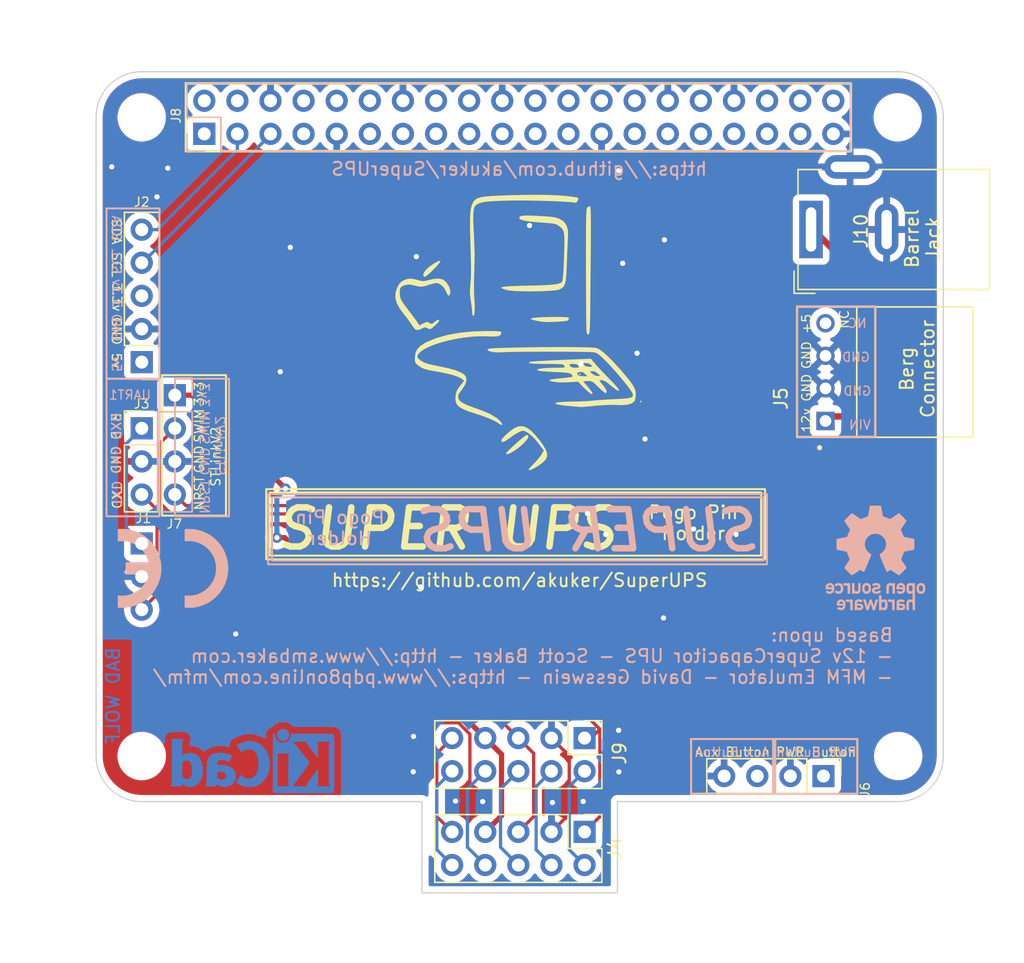
<source format=kicad_pcb>
(kicad_pcb (version 20211014) (generator pcbnew)
  (layers (0 "F.Cu" signal) (31 "B.Cu" signal) (34 "B.Paste" user) (35 "F.Paste" user) (36 "B.SilkS" user "B.Silkscreen") (37 "F.SilkS" user "F.Silkscreen") (38 "B.Mask" user) (39 "F.Mask" user) (44 "Edge.Cuts" user))
  (net 0 "")
  (net 1 "VIN")
  (net 2 "GND")
  (net 3 "I2C_SCL")
  (net 4 "I2C_SDA")
  (net 5 "+5V")
  (net 6 "Power_Button")
  (net 7 "Spare_Button")
  (net 8 "RS232_RXD")
  (net 9 "RS232_TXD")
  (net 10 "SWIM")
  (net 11 "NRST")
  (net 12 "+3V3")
  (net 13 "PI_3v3")
  (net 18 "STLINK_PIN_2")
  (net 19 "STLINK_PIN_4")
  (net 21 "STLINK_PIN_6")
  (net 22 "STLINK_PIN_8")
  (net 23 "STLINK_PIN_9")
  (net 24 "STLINK_PIN_10")
  (footprint "Connector_PinHeader_2.54mm:PinHeader_2x05_P2.54mm_Vertical" (layer "F.Cu") (at 87.475 158.325 -90)
    (fp_text reference "J4")
    (fp_text value "Conn_02x05_Odd_Even")
  )
  (footprint "raspberrypi_supercap_ups_lib:TE_171826-4" (layer "F.Cu") (at 110.51 123.0475 90)
    (fp_text reference "J5")
    (fp_text value "171826-4")
  )
  (footprint "MountingHole:MountingHole_2.7mm_M2.5" (layer "F.Cu") (at 53.5 103.5)
    (fp_text reference "H1" hide)
    (fp_text value "MountingHole" hide)
  )
  (footprint "MountingHole:MountingHole_2.7mm_M2.5" (layer "F.Cu") (at 111.5 103.5)
    (fp_text reference "H2" hide)
    (fp_text value "MountingHole" hide)
  )
  (footprint "MountingHole:MountingHole_2.7mm_M2.5" (layer "F.Cu") (at 111.54 152.5)
    (fp_text reference "H4" hide)
    (fp_text value "MountingHole" hide)
  )
  (footprint "Connector_PinHeader_2.54mm:PinHeader_1x04_P2.54mm_Vertical" (layer "F.Cu") (at 105.805 154.04 -90)
    (fp_text reference "J6")
    (fp_text value "LEDs and Buttons")
  )
  (footprint "MountingHole:MountingHole_2.7mm_M2.5" (layer "F.Cu") (at 53.5 152.5)
    (fp_text reference "H3" hide)
    (fp_text value "MountingHole" hide)
  )
  (footprint "Connector_PinHeader_2.54mm:PinHeader_1x03_P2.54mm_Vertical" (layer "F.Cu") (at 53.501 127.36)
    (fp_text reference "J3")
    (fp_text value "Conn_01x03")
  )
  (footprint "Connector_PinHeader_2.54mm:PinHeader_2x05_P2.54mm_Vertical" (layer "F.Cu") (at 87.475 151.125 -90)
    (fp_text reference "J9")
    (fp_text value "Conn_02x05_Odd_Even")
  )
  (footprint "raspberrypi_supercap_ups_lib:iigs_picasso" (layer "F.Cu") (at 82.17302 119.825673)
    (fp_text reference "G***" hide)
    (fp_text value "LOGO" hide)
  )
  (footprint "Connector_PinHeader_2.54mm:PinHeader_1x05_P2.54mm_Vertical" (layer "F.Cu") (at 53.501 122.28 180)
    (fp_text reference "J2")
    (fp_text value "Conn_01x05")
  )
  (footprint "Connector_BarrelJack:BarrelJack_Wuerth_6941xx301002" (layer "F.Cu") (at 104.85 112.106 90)
    (fp_text reference "J10")
    (fp_text value "Barrel_Jack")
  )
  (footprint "Symbol:KiCad-Logo_5mm_Copper" (layer "B.Cu") (at 62 153.4 180)
    (fp_text reference "Z3" hide)
    (fp_text value "Logo_Open_Hardware_Small" hide)
  )
  (footprint "Symbol:CE-Logo_8.5x6mm_SilkScreen" (layer "B.Cu") (at 55.9 138.1 180)
    (fp_text reference "Z2" hide)
    (fp_text value "Logo_Open_Hardware_Small" hide)
  )
  (footprint "Connector_PinSocket_2.54mm:PinSocket_2x20_P2.54mm_Vertical" (layer "B.Cu") (at 58.3 104.77 -90)
    (fp_text reference "J8")
    (fp_text value "Raspberry_Pi_2_3")
  )
  (footprint "Symbol:OSHW-Logo_7.5x8mm_SilkScreen" (layer "B.Cu") (at 109.8 137.3 180)
    (fp_text reference "Z4" hide)
    (fp_text value "Logo_Open_Hardware_Small" hide)
  )
  (footprint "Connector_PinHeader_2.54mm:PinHeader_1x04_P2.54mm_Vertical" (layer "B.Cu") (at 56.041 124.82 180)
    (fp_text reference "J7")
    (fp_text value "STLinkV2 Connector")
  )
  (footprint "Connector_PinHeader_2.54mm:PinHeader_1x03_P2.54mm_Vertical" (layer "B.Cu") (at 53.501 136.195 180)
    (fp_text reference "J1")
    (fp_text value "Conn_01x03")
  )
  (gr_rect (start 63.5 137.506) (end 101.2 132.66) (layer "B.SilkS") (width 0.15) (fill none))
  (gr_rect (start 56.05 134.112) (end 60.2 123.556) (layer "B.SilkS") (width 0.15) (fill none))
  (gr_rect (start 63.2 137.794) (end 101.468 132.406) (layer "B.SilkS") (width 0.15) (fill none))
  (gr_rect (start 54.864 123.556) (end 50.8 134.112) (layer "B.SilkS") (width 0.15) (fill none))
  (gr_rect (start 103.8 118) (end 109.8 128) (layer "B.SilkS") (width 0.15) (fill none))
  (gr_rect (start 50.8 110.49) (end 54.864 123.556) (layer "B.SilkS") (width 0.15) (fill none))
  (gr_rect (start 102.1 151.2) (end 108.4 155.4) (layer "B.SilkS") (width 0.15) (fill none))
  (gr_rect (start 95.65 151.2) (end 101.95 155.4) (layer "B.SilkS") (width 0.15) (fill none))
  (gr_rect (start 55.06 134.059968) (end 59.967 123.280031) (layer "F.SilkS") (width 0.15) (fill none))
  (gr_line (start 59.6 106.1) (end 59.6 103.5) (layer "F.SilkS") (width 0.15))
  (gr_rect (start 63.32 132.28) (end 101.02 137.126) (layer "F.SilkS") (width 0.15) (fill none))
  (gr_rect (start 107.9 100.9) (end 56.9 106.1) (layer "F.SilkS") (width 0.2) (fill none))
  (gr_rect (start 63.052 132.026) (end 101.32 137.414) (layer "F.SilkS") (width 0.15) (fill none))
  (gr_line (start 56.9 103.5) (end 59.6 103.5) (layer "F.SilkS") (width 0.15))
  (gr_rect (start 102.1 155.4) (end 108.4 151.2) (layer "F.SilkS") (width 0.15) (fill none))
  (gr_rect (start 95.65 155.4) (end 101.95 151.2) (layer "F.SilkS") (width 0.15) (fill none))
  (gr_line (start 111.5 156) (end 90 156) (layer "Edge.Cuts") (width 0.1))
  (gr_line (start 75 163) (end 75 156) (layer "Edge.Cuts") (width 0.1))
  (gr_line locked (start 115 103.5) (end 115 152.5) (layer "Edge.Cuts") (width 0.1))
  (gr_line locked (start 53.5 100) (end 111.5 100) (layer "Edge.Cuts") (width 0.1))
  (gr_arc locked (start 50 103.5) (mid 51.025126 101.025126) (end 53.5 100) (layer "Edge.Cuts") (width 0.1))
  (gr_line (start 75 156) (end 53.5 156) (layer "Edge.Cuts") (width 0.1))
  (gr_arc locked (start 115 152.5) (mid 113.974874 154.974874) (end 111.5 156) (layer "Edge.Cuts") (width 0.1))
  (gr_line (start 90 156) (end 90 163) (layer "Edge.Cuts") (width 0.1))
  (gr_arc locked (start 111.5 100) (mid 113.974874 101.025126) (end 115 103.5) (layer "Edge.Cuts") (width 0.1))
  (gr_arc locked (start 53.5 156) (mid 51.025126 154.974874) (end 50 152.5) (layer "Edge.Cuts") (width 0.1))
  (gr_line (start 90 163) (end 75 163) (layer "Edge.Cuts") (width 0.1))
  (gr_line locked (start 50 152.5) (end 50 103.5) (layer "Edge.Cuts") (width 0.1))
  (gr_text "BAD WOLF" (at 51.3 147.9 90) (layer "B.Cu") (effects (font (size 1 1)) (justify mirror)))
  (gr_text "NRST" (at 58.3 132.6 270) (layer "B.SilkS") (effects (font (size 0.7 0.7) (thickness 0.1)) (justify mirror)))
  (gr_text "GND" (at 58.3 129.9 270) (layer "B.SilkS") (effects (font (size 0.7 0.7) (thickness 0.1)) (justify mirror)))
  (gr_text "5v" (at 51.562 122.428 270) (layer "B.SilkS") (effects (font (size 0.7 0.7) (thickness 0.1)) (justify mirror)))
  (gr_text "GND" (at 51.562 119.634 270) (layer "B.SilkS") (effects (font (size 0.7 0.7) (thickness 0.1)) (justify mirror)))
  (gr_text "NC\n" (at 108.4 119.3) (layer "B.SilkS") (effects (font (size 0.7 0.7) (thickness 0.1)) (justify mirror)))
  (gr_text "GND" (at 51.5 129.8 270) (layer "B.SilkS") (effects (font (size 0.7 0.7) (thickness 0.1)) (justify mirror)))
  (gr_text "3v3" (at 58.3 124.8 270) (layer "B.SilkS") (effects (font (size 0.7 0.7) (thickness 0.1)) (justify mirror)))
  (gr_text "GND" (at 108.3 121.9) (layer "B.SilkS") (effects (font (size 0.7 0.7) (thickness 0.1)) (justify mirror)))
  (gr_text "SUPER UPS" (at 87.9 135.2) (layer "B.SilkS") (effects (font (size 3 3) (thickness 0.5) italic) (justify mirror)))
  (gr_text "\nBased upon:\n- 12v SuperCapacitor UPS - Scott Baker - http://www.smbaker.com\n- MFM Emulator - David Gesswein - https://www.pdp8online.com/mfm/" (at 111.22 144.03) (layer "B.SilkS") (effects (font (size 1 1)) (justify left mirror)))
  (gr_text "PWR Button" (at 108.4 152.2) (layer "B.SilkS") (effects (font (size 0.7 0.7) (thickness 0.1)) (justify left mirror)))
  (gr_text "Pogo Pin\nHolder" (at 68.7 135) (layer "B.SilkS") (effects (font (size 1 1)) (justify mirror)))
  (gr_text "SDA" (at 51.562 112.014 270) (layer "B.SilkS") (effects (font (size 0.7 0.7) (thickness 0.1)) (justify mirror)))
  (gr_text "Aux Button" (at 101.7 152.2) (layer "B.SilkS") (effects (font (size 0.7 0.7) (thickness 0.1)) (justify left mirror)))
  (gr_text "RXD" (at 51.5 127.2 270) (layer "B.SilkS") (effects (font (size 0.7 0.7) (thickness 0.1)) (justify mirror)))
  (gr_text "TXD" (at 51.562 132.334 270) (layer "B.SilkS") (effects (font (size 0.7 0.7) (thickness 0.1)) (justify mirror)))
  (gr_text "STLinkV2" (at 59.5 128.7 -90) (layer "B.SilkS") (effects (font (size 0.7 0.7) (thickness 0.1)) (justify mirror)))
  (gr_text "SWIM" (at 58.3 127.3 270) (layer "B.SilkS") (effects (font (size 0.7 0.7) (thickness 0.1)) (justify mirror)))
  (gr_text "SCL" (at 51.562 114.554 270) (layer "B.SilkS") (effects (font (size 0.7 0.7) (thickness 0.1)) (justify mirror)))
  (gr_text "VIN" (at 108.6 127.1) (layer "B.SilkS") (effects (font (size 0.7 0.7) (thickness 0.1)) (justify mirror)))
  (gr_text "UART1" (at 52.6 124.8) (layer "B.SilkS") (effects (font (size 0.7 0.7) (thickness 0.1)) (justify mirror)))
  (gr_text "https://github.com/akuker/SuperUPS" (at 82.46 107.46) (layer "B.SilkS") (effects (font (size 1 1)) (justify mirror)))
  (gr_text "GND" (at 108.4 124.5) (layer "B.SilkS") (effects (font (size 0.7 0.7) (thickness 0.1)) (justify mirror)))
  (gr_text "3.3v" (at 51.6 117 270) (layer "B.SilkS") (effects (font (size 0.7 0.7) (thickness 0.1)) (justify mirror)))
  (gr_text "NC" (at 107.4 119 90) (layer "F.SilkS") (effects (font (size 0.7 0.7) (thickness 0.1))))
  (gr_text "Barrel\nJack" (at 113.4 112.8 90) (layer "F.SilkS") (effects (font (size 1 1))))
  (gr_text "Pogo Pin\nHolder" (at 95.82 134.62) (layer "F.SilkS") (effects (font (size 1 1))))
  (gr_text "SCL" (at 51.562 114.808 270) (layer "F.SilkS") (effects (font (size 0.7 0.7) (thickness 0.1))))
  (gr_text "SUPER UPS" (at 76.94 135.064) (layer "F.SilkS") (effects (font (size 3 3) (thickness 0.5) italic)))
  (gr_text "Aux Button" (at 95.9 152.2) (layer "F.SilkS") (effects (font (size 0.7 0.7) (thickness 0.1)) (justify left)))
  (gr_text "GND" (at 51.562 119.888 270) (layer "F.SilkS") (effects (font (size 0.7 0.7) (thickness 0.1))))
  (gr_text "https://github.com/akuker/SuperUPS" (at 82.49 139.02) (layer "F.SilkS") (effects (font (size 1 1))))
  (gr_text "STLinkV2" (at 59.182 129.54 90) (layer "F.SilkS") (effects (font (size 0.7 0.7) (thickness 0.1))))
  (gr_text "RXD" (at 51.5 127.2 270) (layer "F.SilkS") (effects (font (size 0.7 0.7) (thickness 0.1))))
  (gr_text "SDA" (at 51.562 112.268 270) (layer "F.SilkS") (effects (font (size 0.7 0.7) (thickness 0.1))))
  (gr_text "3v3" (at 57.912 124.714 90) (layer "F.SilkS") (effects (font (size 0.7 0.7) (thickness 0.1))))
  (gr_text "SWIM" (at 57.912 127.159555 90) (layer "F.SilkS") (effects (font (size 0.7 0.7) (thickness 0.1))))
  (gr_text "GND" (at 57.912 129.738444 90) (layer "F.SilkS") (effects (font (size 0.7 0.7) (thickness 0.1))))
  (gr_text "3.3v" (at 51.6 117.3 270) (layer "F.SilkS") (effects (font (size 0.7 0.7) (thickness 0.1))))
  (gr_text "TXD" (at 51.562 132.588 270) (layer "F.SilkS") (effects (font (size 0.7 0.7) (thickness 0.1))))
  (gr_text "Berg\nConnector" (at 113 122.8 90) (layer "F.SilkS") (effects (font (size 1 1))))
  (gr_text "5v" (at 51.562 122.174 270) (layer "F.SilkS") (effects (font (size 0.7 0.7) (thickness 0.1))))
  (gr_text "NRST" (at 57.912 132.334 90) (layer "F.SilkS") (effects (font (size 0.7 0.7) (thickness 0.1))))
  (gr_text "PWR Button" (at 102.1 152.2) (layer "F.SilkS") (effects (font (size 0.7 0.7) (thickness 0.1)) (justify left)))
  (gr_text "GND" (at 51.48368 129.776936 -90) (layer "F.SilkS") (effects (font (size 0.7 0.7) (thickness 0.1))))
  (segment (start 108.05 126.45) (end 105.96 126.45) (width 0.5) (layer "F.Cu") (net 1))
  (segment (start 109.1 116.2) (end 109.1 125.4) (width 0.5) (layer "F.Cu") (net 1))
  (segment (start 105.3 112.4) (end 109.1 116.2) (width 0.5) (layer "F.Cu") (net 1))
  (segment (start 109.1 125.4) (end 108.05 126.45) (width 0.5) (layer "F.Cu") (net 1))
  (segment (start 86.300489 152.490489) (end 84.935 151.125) (width 0.25) (layer "F.Cu") (net 2))
  (segment (start 84.935 158.325) (end 86.300489 156.959511) (width 0.25) (layer "F.Cu") (net 2))
  (segment (start 86.300489 156.959511) (end 86.300489 152.490489) (width 0.25) (layer "F.Cu") (net 2))
  (segment (start 77.801499 149.950489) (end 78.68 150.82899) (width 0.25) (layer "F.Cu") (net 2))
  (segment (start 56.7695 107.5) (end 54.67 109.5995) (width 0.25) (layer "F.Cu") (net 2))
  (segment (start 89.122 108.352) (end 89.874 107.6) (width 0.25) (layer "F.Cu") (net 2))
  (segment (start 89.874 107.6) (end 90.1 107.6) (width 0.25) (layer "F.Cu") (net 2))
  (segment (start 58.1 108.7) (end 56.9 107.5) (width 0.25) (layer "F.Cu") (net 2))
  (segment (start 74.35 151) (end 75.399511 149.950489) (width 0.25) (layer "F.Cu") (net 2))
  (segment (start 56.9 107.5) (end 56.7695 107.5) (width 0.25) (layer "F.Cu") (net 2))
  (segment (start 75.399511 149.950489) (end 77.801499 149.950489) (width 0.25) (layer "F.Cu") (net 2))
  (segment (start 78.68 150.82899) (end 78.68 155.02) (width 0.25) (layer "F.Cu") (net 2))
  (segment (start 78.68 155.02) (end 79.66 156) (width 0.25) (layer "F.Cu") (net 2))
  (segment (start 60.4 108.7) (end 58.1 108.7) (width 0.25) (layer "F.Cu") (net 2))
  (segment (start 68.46 104.77) (end 68.46 108.24) (width 0.25) (layer "F.Cu") (net 2))
  (via (at 74.57 114.19) (size 0.8) (drill 0.4) (layers "F.Cu" "B.Cu") (net 2))
  (via (at 90.11 153.72) (size 0.8) (drill 0.4) (layers "F.Cu" "B.Cu") (net 2))
  (via (at 83.254652 111.7975) (size 0.8) (drill 0.4) (layers "F.Cu" "B.Cu") (net 2))
  (via (at 93.53 141.91) (size 0.8) (drill 0.4) (layers "F.Cu" "B.Cu") (net 2))
  (via (at 90.4 114.7) (size 0.8) (drill 0.4) (layers "F.Cu" "B.Cu") (net 2))
  (via (at 91.5 121.6) (size 0.8) (drill 0.4) (layers "F.Cu" "B.Cu") (net 2))
  (via (at 74.33 153.71) (size 0.8) (drill 0.4) (layers "F.Cu" "B.Cu") (net 2))
  (via (at 99.1 135.5) (size 0.8) (drill 0.4) (layers "F.Cu" "B.Cu") (net 2))
  (via (at 77.57 155.96) (size 0.8) (drill 0.4) (layers "F.Cu" "B.Cu") (net 2))
  (via (at 51.2 107.3) (size 0.8) (drill 0.4) (layers "F.Cu" "B.Cu") (net 2))
  (via (at 74.35 151) (size 0.8) (drill 0.4) (layers "F.Cu" "B.Cu") (net 2))
  (via (at 90.1 107.6) (size 0.8) (drill 0.4) (layers "F.Cu" "B.Cu") (net 2))
  (via (at 93.6 112.9) (size 0.8) (drill 0.4) (layers "F.Cu" "B.Cu") (net 2))
  (via (at 60.71 143.14) (size 0.8) (drill 0.4) (layers "F.Cu" "B.Cu") (net 2))
  (via (at 92.11 128.18) (size 0.8) (drill 0.4) (layers "F.Cu" "B.Cu") (net 2))
  (via (at 64.9 113.48) (size 0.8) (drill 0.4) (layers "F.Cu" "B.Cu") (net 2))
  (via (at 74.89 139.53) (size 0.8) (drill 0.4) (layers "F.Cu" "B.Cu") (net 2))
  (via (at 55.5 107.4) (size 0.8) (drill 0.4) (layers "F.Cu" "B.Cu") (net 2))
  (via (at 95.84 135.09) (size 0.8) (drill 0.4) (layers "F.Cu" "B.Cu") (net 2))
  (via (at 89.1 135.5) (size 0.8) (drill 0.4) (layers "F.Cu" "B.Cu") (net 2))
  (via (at 90.09 150.53) (size 0.8) (drill 0.4) (layers "F.Cu" "B.Cu") (net 2))
  (via (at 79.66 156) (size 0.8) (drill 0.4) (layers "F.Cu" "B.Cu") (net 2))
  (via (at 54.67 109.5995) (size 0.8) (drill 0.4) (layers "F.Cu" "B.Cu") (net 2))
  (via (at 64.13 123.02) (size 0.8) (drill 0.4) (layers "F.Cu" "B.Cu") (net 2))
  (via (at 87.37 155.99) (size 0.8) (drill 0.4) (layers "F.Cu" "B.Cu") (net 2))
  (via (at 87.7 133.9) (size 0.8) (drill 0.4) (layers "F.Cu" "B.Cu") (net 2))
  (via (at 87.2 122.4) (size 0.8) (drill 0.4) (layers "F.Cu" "B.Cu") (net 2))
  (via (at 85.01 156.07) (size 0.8) (drill 0.4) (layers "F.Cu" "B.Cu") (net 2))
  (segment (start 87.7 133.9) (end 87.7 134.1) (width 0.4) (layer "B.Cu") (net 2))
  (segment (start 87.7 134.1) (end 89.1 135.5) (width 0.4) (layer "B.Cu") (net 2))
  (segment (start 53.55 114.66) (end 63.38 104.83) (width 0.25) (layer "B.Cu") (net 3))
  (segment (start 60.84 105.9846) (end 54.7046 112.12) (width 0.25) (layer "B.Cu") (net 4))
  (segment (start 54.7046 112.12) (end 53.501 112.12) (width 0.25) (layer "B.Cu") (net 4))
  (segment (start 60.84 104.77) (end 60.84 105.9846) (width 0.25) (layer "B.Cu") (net 4))
  (segment (start 53.501 136.195) (end 52.326489 135.020489) (width 0.25) (layer "B.Cu") (net 8))
  (segment (start 52.326489 128.534511) (end 53.501 127.36) (width 0.25) (layer "B.Cu") (net 8))
  (segment (start 52.326489 135.020489) (end 52.326489 128.534511) (width 0.25) (layer "B.Cu") (net 8))
  (segment (start 54.675511 140.100489) (end 53.501 141.275) (width 0.25) (layer "F.Cu") (net 9))
  (segment (start 53.501 132.44) (end 54.675511 133.614511) (width 0.25) (layer "F.Cu") (net 9))
  (segment (start 54.675511 133.614511) (end 54.675511 140.100489) (width 0.25) (layer "F.Cu") (net 9))
  (segment (start 55.75 133.93) (end 54.866489 133.046489) (width 0.25) (layer "F.Cu") (net 10))
  (segment (start 83.569511 157.150489) (end 83.569511 152.299511) (width 0.25) (layer "F.Cu") (net 10))
  (segment (start 54.866489 133.046489) (end 54.866489 128.534511) (width 0.25) (layer "F.Cu") (net 10))
  (segment (start 83.569511 152.299511) (end 82.395 151.125) (width 0.25) (layer "F.Cu") (net 10))
  (segment (start 65.2 133.93) (end 55.75 133.93) (width 0.25) (layer "F.Cu") (net 10))
  (segment (start 54.866489 128.534511) (end 56.041 127.36) (width 0.25) (layer "F.Cu") (net 10))
  (segment (start 82.395 158.325) (end 83.569511 157.150489) (width 0.25) (layer "F.Cu") (net 10))
  (segment (start 82.395 151.125) (end 65.2 133.93) (width 0.25) (layer "F.Cu") (net 10))
  (segment (start 56.891 133.29) (end 71.49 133.29) (width 0.25) (layer "F.Cu") (net 11))
  (segment (start 71.49 133.29) (end 88.649511 150.449511) (width 0.25) (layer "F.Cu") (net 11))
  (segment (start 88.649511 150.449511) (end 88.649511 157.150489) (width 0.25) (layer "F.Cu") (net 11))
  (segment (start 56.041 132.44) (end 56.891 133.29) (width 0.25) (layer "F.Cu") (net 11))
  (segment (start 88.649511 157.150489) (end 87.475 158.325) (width 0.25) (layer "F.Cu") (net 11))
  (segment (start 87.974022 151.125) (end 88.649511 150.449511) (width 0.25) (layer "F.Cu") (net 11))
  (segment (start 64.48 135.75) (end 63.87 135.75) (width 0.4) (layer "F.Cu") (net 12))
  (segment (start 56.041 124.82) (end 57.358005 124.82) (width 0.4) (layer "F.Cu") (net 12))
  (segment (start 79.855 151.125) (end 81.104511 152.374511) (width 0.4) (layer "F.Cu") (net 12))
  (segment (start 57.358005 124.82) (end 64.527994 131.989989) (width 0.4) (layer "F.Cu") (net 12))
  (segment (start 79.855 151.125) (end 64.48 135.75) (width 0.4) (layer "F.Cu") (net 12))
  (segment (start 81.104511 157.075489) (end 79.855 158.325) (width 0.4) (layer "F.Cu") (net 12))
  (segment (start 81.104511 152.374511) (end 81.104511 157.075489) (width 0.4) (layer "F.Cu") (net 12))
  (via (at 64.527994 131.989989) (size 0.8) (drill 0.4) (layers "F.Cu" "B.Cu") (net 12))
  (via (at 63.87 135.75) (size 0.8) (drill 0.4) (layers "F.Cu" "B.Cu") (net 12))
  (segment (start 63.87 132.647983) (end 64.527994 131.989989) (width 0.4) (layer "B.Cu") (net 12))
  (segment (start 63.87 135.75) (end 63.87 132.647983) (width 0.4) (layer "B.Cu") (net 12))
  (segment (start 86.300489 159.690489) (end 87.475 160.865) (width 0.25) (layer "B.Cu") (net 18))
  (segment (start 86.300489 154.839511) (end 86.300489 159.690489) (width 0.25) (layer "B.Cu") (net 18))
  (segment (start 87.475 153.665) (end 86.300489 154.839511) (width 0.25) (layer "B.Cu") (net 18))
  (segment (start 83.760489 159.690489) (end 84.935 160.865) (width 0.25) (layer "B.Cu") (net 19))
  (segment (start 84.935 153.665) (end 83.760489 154.839511) (width 0.25) (layer "B.Cu") (net 19))
  (segment (start 83.760489 154.839511) (end 83.760489 159.690489) (width 0.25) (layer "B.Cu") (net 19))
  (segment (start 81.029511 155.030489) (end 81.029511 159.499511) (width 0.25) (layer "B.Cu") (net 21))
  (segment (start 81.029511 159.499511) (end 82.395 160.865) (width 0.25) (layer "B.Cu") (net 21))
  (segment (start 82.395 153.665) (end 81.029511 155.030489) (width 0.25) (layer "B.Cu") (net 21))
  (segment (start 78.489511 155.030489) (end 78.489511 159.499511) (width 0.25) (layer "B.Cu") (net 22))
  (segment (start 79.855 153.665) (end 78.489511 155.030489) (width 0.25) (layer "B.Cu") (net 22))
  (segment (start 78.489511 159.499511) (end 79.855 160.865) (width 0.25) (layer "B.Cu") (net 22))
  (segment (start 77.315 151.125) (end 76.140489 152.299511) (width 0.25) (layer "F.Cu") (net 23))
  (segment (start 76.140489 157.150489) (end 77.315 158.325) (width 0.25) (layer "F.Cu") (net 23))
  (segment (start 76.140489 152.299511) (end 76.140489 157.150489) (width 0.25) (layer "F.Cu") (net 23))
  (segment (start 77.315 153.665) (end 76.140489 154.839511) (width 0.25) (layer "B.Cu") (net 24))
  (segment (start 76.140489 159.690489) (end 77.315 160.865) (width 0.25) (layer "B.Cu") (net 24))
  (segment (start 76.140489 154.839511) (end 76.140489 159.690489) (width 0.25) (layer "B.Cu") (net 24))
  (zone (net 2) (net_name "GND") (layers F&B.Cu) (connect_pads (clearance 0.508)) (min_thickness 0.254) (fill yes (thermal_gap 0.508) (thermal_bridge_width 0.508))
    (polygon (pts (xy 120.747351 168.409649) (xy 42.627351 168.259649) (xy 42.937351 94.499649) (xy 120.587351 94.499649)))
  )
)
</source>
